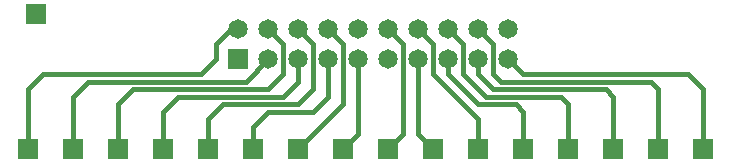
<source format=gbl>
G04 Output by ViewMate Deluxe V11.0.9  PentaLogix LLC*
G04 Sun Jun 01 12:21:20 2014*
%FSLAX33Y33*%
%MOMM*%
%IPPOS*%
%ADD10R,1.651X1.651*%
%ADD11C,1.651*%
%ADD12R,1.8009X1.8009*%
%ADD13C,0.4064*%

%LPD*%
X0Y0D2*D13*G1X45339Y12954D2*X46609Y11684D1*X46609Y9144*X47244Y8509*X59944Y8509*X60579Y7874*X60579Y2794*X64389Y2794D2*X64389Y7874D1*X63119Y9144*X49149Y9144*X47879Y10414*X45339Y10414D2*X45339Y9144D1*X46609Y7874*X56134Y7874*X56769Y7239*X56769Y2794*X52959Y2794D2*X52959Y6604D1*X52324Y7239*X45974Y7239*X44069Y9144*X44069Y11684*X42799Y12954*X40259Y12954D2*X41529Y11684D1*X41529Y9144*X45339Y5334*X45339Y2794*X49149Y2794D2*X49149Y5969D1*X48514Y6604*X45339Y6604*X42799Y9144*X42799Y10414*X40259Y10414D2*X40259Y4064D1*X41529Y2794*X37719Y2794D2*X38989Y4064D1*X38989Y11684*X37719Y12954*X8509Y9144D2*X21844Y9144D1*X23114Y10414*X23114Y11684*X24384Y12954*X25019Y12954*X27559Y12954D2*X28829Y11684D1*X28829Y9144*X27559Y7874*X16129Y7874*X14859Y6604*X14859Y2794*X26289Y2794D2*X26289Y4699D1*X27559Y5969*X31369Y5969*X32639Y7239*X32639Y10414*X35179Y10414D2*X35179Y4064D1*X33909Y2794*X30099Y2794D2*X33909Y6604D1*X33909Y11684*X32639Y12954*X30099Y12954D2*X31369Y11684D1*X31369Y7874*X30099Y6604*X23749Y6604*X22479Y5334*X22479Y2794*X18669Y2794D2*X18669Y5969D1*X19939Y7239*X28829Y7239*X30099Y8509*X30099Y10414*X27559Y10414D2*X25654Y8509D1*X12319Y8509*X11049Y7239*X11049Y2794*X7239Y2794D2*X7239Y7874D1*X8509Y9144*D10*X25019Y10414D3*D11*X25019Y12954D3*X27559Y12954D3*X30099Y12954D3*X32639Y12954D3*X35179Y12954D3*X37719Y12954D3*X40259Y12954D3*X42799Y12954D3*X45339Y12954D3*X47879Y12954D3*X47879Y10414D3*X45339Y10414D3*X42799Y10414D3*X40259Y10414D3*X37719Y10414D3*X35179Y10414D3*X32639Y10414D3*X30099Y10414D3*X27559Y10414D3*D12*X7874Y14224D3*X64389Y2794D3*X60579Y2794D3*X56769Y2794D3*X52959Y2794D3*X49149Y2794D3*X45339Y2794D3*X41529Y2794D3*X37719Y2794D3*X33909Y2794D3*X30099Y2794D3*X26289Y2794D3*X22479Y2794D3*X18669Y2794D3*X14859Y2794D3*X11049Y2794D3*X7239Y2794D3*X0Y0D2*M02*
</source>
